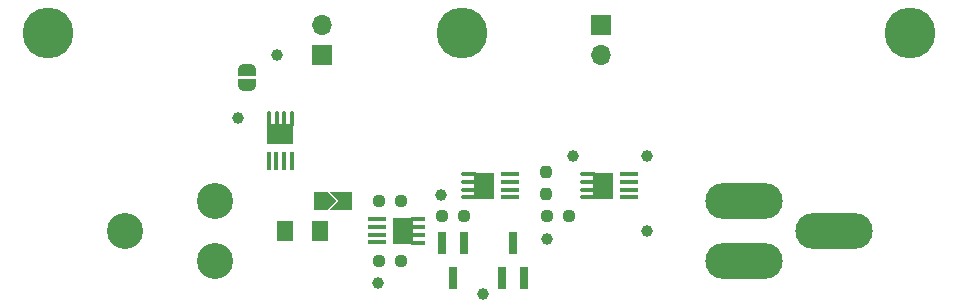
<source format=gbr>
%TF.GenerationSoftware,KiCad,Pcbnew,(6.0.6)*%
%TF.CreationDate,2023-04-08T10:42:47+02:00*%
%TF.ProjectId,ModuleBattery18650,4d6f6475-6c65-4426-9174-746572793138,rev?*%
%TF.SameCoordinates,Original*%
%TF.FileFunction,Soldermask,Top*%
%TF.FilePolarity,Negative*%
%FSLAX46Y46*%
G04 Gerber Fmt 4.6, Leading zero omitted, Abs format (unit mm)*
G04 Created by KiCad (PCBNEW (6.0.6)) date 2023-04-08 10:42:47*
%MOMM*%
%LPD*%
G01*
G04 APERTURE LIST*
G04 Aperture macros list*
%AMRoundRect*
0 Rectangle with rounded corners*
0 $1 Rounding radius*
0 $2 $3 $4 $5 $6 $7 $8 $9 X,Y pos of 4 corners*
0 Add a 4 corners polygon primitive as box body*
4,1,4,$2,$3,$4,$5,$6,$7,$8,$9,$2,$3,0*
0 Add four circle primitives for the rounded corners*
1,1,$1+$1,$2,$3*
1,1,$1+$1,$4,$5*
1,1,$1+$1,$6,$7*
1,1,$1+$1,$8,$9*
0 Add four rect primitives between the rounded corners*
20,1,$1+$1,$2,$3,$4,$5,0*
20,1,$1+$1,$4,$5,$6,$7,0*
20,1,$1+$1,$6,$7,$8,$9,0*
20,1,$1+$1,$8,$9,$2,$3,0*%
%AMFreePoly0*
4,1,22,0.500000,-0.750000,0.000000,-0.750000,0.000000,-0.745033,-0.079941,-0.743568,-0.215256,-0.701293,-0.333266,-0.622738,-0.424486,-0.514219,-0.481581,-0.384460,-0.499164,-0.250000,-0.500000,-0.250000,-0.500000,0.250000,-0.499164,0.250000,-0.499963,0.256109,-0.478152,0.396186,-0.417904,0.524511,-0.324060,0.630769,-0.204165,0.706417,-0.067858,0.745374,0.000000,0.744959,0.000000,0.750000,
0.500000,0.750000,0.500000,-0.750000,0.500000,-0.750000,$1*%
%AMFreePoly1*
4,1,20,0.000000,0.744959,0.073905,0.744508,0.209726,0.703889,0.328688,0.626782,0.421226,0.519385,0.479903,0.390333,0.500000,0.250000,0.500000,-0.250000,0.499851,-0.262216,0.476331,-0.402017,0.414519,-0.529596,0.319384,-0.634700,0.198574,-0.708877,0.061801,-0.746166,0.000000,-0.745033,0.000000,-0.750000,-0.500000,-0.750000,-0.500000,0.750000,0.000000,0.750000,0.000000,0.744959,
0.000000,0.744959,$1*%
%AMFreePoly2*
4,1,6,0.587500,-0.725000,-0.587500,-0.725000,-1.287500,0.000000,-0.587500,0.725000,0.587500,0.725000,0.587500,-0.725000,0.587500,-0.725000,$1*%
%AMFreePoly3*
4,1,6,0.587500,0.000000,1.287500,-0.725000,-0.587500,-0.725000,-0.587500,0.725000,1.287500,0.725000,0.587500,0.000000,0.587500,0.000000,$1*%
G04 Aperture macros list end*
%ADD10RoundRect,0.237500X-0.250000X-0.237500X0.250000X-0.237500X0.250000X0.237500X-0.250000X0.237500X0*%
%ADD11FreePoly0,270.000000*%
%ADD12FreePoly1,270.000000*%
%ADD13C,4.300000*%
%ADD14RoundRect,0.237500X0.237500X-0.250000X0.237500X0.250000X-0.237500X0.250000X-0.237500X-0.250000X0*%
%ADD15RoundRect,0.237500X0.250000X0.237500X-0.250000X0.237500X-0.250000X-0.237500X0.250000X-0.237500X0*%
%ADD16R,1.700000X1.700000*%
%ADD17O,1.700000X1.700000*%
%ADD18C,1.000000*%
%ADD19R,1.425000X1.750000*%
%ADD20RoundRect,0.101250X-0.648750X-0.101250X0.648750X-0.101250X0.648750X0.101250X-0.648750X0.101250X0*%
%ADD21RoundRect,0.101250X-0.533750X-0.101250X0.533750X-0.101250X0.533750X0.101250X-0.533750X0.101250X0*%
%ADD22R,1.725000X2.235000*%
%ADD23RoundRect,0.101250X0.648750X0.101250X-0.648750X0.101250X-0.648750X-0.101250X0.648750X-0.101250X0*%
%ADD24RoundRect,0.101250X0.533750X0.101250X-0.533750X0.101250X-0.533750X-0.101250X0.533750X-0.101250X0*%
%ADD25RoundRect,0.101250X0.101250X-0.648750X0.101250X0.648750X-0.101250X0.648750X-0.101250X-0.648750X0*%
%ADD26R,2.235000X1.725000*%
%ADD27RoundRect,0.101250X0.101250X-0.533750X0.101250X0.533750X-0.101250X0.533750X-0.101250X-0.533750X0*%
%ADD28FreePoly2,180.000000*%
%ADD29FreePoly3,180.000000*%
%ADD30R,0.800000X1.900000*%
%ADD31C,3.048000*%
%ADD32O,6.548000X3.048000*%
G04 APERTURE END LIST*
D10*
%TO.C,R1*%
X142013500Y-115240000D03*
X143838500Y-115240000D03*
%TD*%
D11*
%TO.C,JP1*%
X130810000Y-104140000D03*
D12*
X130810000Y-105440000D03*
%TD*%
D13*
%TO.C,REF\u002A\u002A*%
X149000000Y-101000000D03*
%TD*%
%TO.C,REF\u002A\u002A*%
X187000000Y-101000000D03*
%TD*%
%TO.C,REF\u002A\u002A*%
X114000000Y-101000000D03*
%TD*%
D14*
%TO.C,RS2*%
X156134000Y-114628500D03*
X156134000Y-112803500D03*
%TD*%
D10*
%TO.C,RS1*%
X142013500Y-120320000D03*
X143838500Y-120320000D03*
%TD*%
D15*
%TO.C,R3*%
X158062500Y-116510000D03*
X156237500Y-116510000D03*
%TD*%
D10*
%TO.C,R2*%
X147347500Y-116510000D03*
X149172500Y-116510000D03*
%TD*%
D16*
%TO.C,J1*%
X137160000Y-102870000D03*
D17*
X137160000Y-100330000D03*
%TD*%
D18*
%TO.C,TP6*%
X150800000Y-123114000D03*
%TD*%
%TO.C,TP2*%
X164660000Y-117780000D03*
%TD*%
D19*
%TO.C,F1*%
X134072500Y-117780000D03*
X137047500Y-117780000D03*
%TD*%
D20*
%TO.C,T2*%
X141820000Y-117450000D03*
X141820000Y-118110000D03*
X141820000Y-116790000D03*
X141820000Y-118770000D03*
D21*
X145315000Y-116800000D03*
X145315000Y-117460000D03*
D22*
X144067500Y-117780000D03*
D21*
X145315000Y-118120000D03*
X145315000Y-118780000D03*
%TD*%
D18*
%TO.C,TP4*%
X141910000Y-122225000D03*
%TD*%
D16*
%TO.C,J2*%
X160840000Y-100330000D03*
D17*
X160840000Y-102870000D03*
%TD*%
D23*
%TO.C,T5*%
X163207500Y-113640000D03*
X163207500Y-114300000D03*
X163207500Y-114960000D03*
X163207500Y-112980000D03*
D24*
X159712500Y-113630000D03*
X159712500Y-114950000D03*
X159712500Y-114290000D03*
D22*
X160960000Y-113970000D03*
D24*
X159712500Y-112970000D03*
%TD*%
D18*
%TO.C,TP1*%
X133350000Y-102870000D03*
%TD*%
%TO.C,TP7*%
X156235600Y-118440400D03*
%TD*%
%TO.C,TP5*%
X147244000Y-114732000D03*
%TD*%
%TO.C,TP9*%
X164660000Y-111430000D03*
%TD*%
D25*
%TO.C,T1*%
X132665000Y-111850000D03*
X133985000Y-111850000D03*
X133325000Y-111850000D03*
X134645000Y-111850000D03*
D26*
X133655000Y-109602500D03*
D27*
X134655000Y-108355000D03*
X132675000Y-108355000D03*
X133995000Y-108355000D03*
X133335000Y-108355000D03*
%TD*%
D18*
%TO.C,TP8*%
X158420000Y-111430000D03*
%TD*%
D28*
%TO.C,C1*%
X137062500Y-115240000D03*
D29*
X139137500Y-115240000D03*
%TD*%
D30*
%TO.C,T3*%
X152390000Y-121820000D03*
X154290000Y-121820000D03*
X153340000Y-118820000D03*
%TD*%
%TO.C,U1*%
X149210000Y-118820000D03*
X147310000Y-118820000D03*
X148260000Y-121820000D03*
%TD*%
D23*
%TO.C,T4*%
X153125000Y-114300000D03*
X153125000Y-114960000D03*
X153125000Y-113640000D03*
X153125000Y-112980000D03*
D24*
X149630000Y-114950000D03*
X149630000Y-114290000D03*
D22*
X150877500Y-113970000D03*
D24*
X149630000Y-112970000D03*
X149630000Y-113630000D03*
%TD*%
D18*
%TO.C,TP3*%
X130048000Y-108204000D03*
%TD*%
D31*
%TO.C,BT1*%
X120500000Y-117780000D03*
X128120000Y-120320000D03*
X128120000Y-115240000D03*
D32*
X172870000Y-115240000D03*
X172870000Y-120320000D03*
X180490000Y-117780000D03*
%TD*%
M02*

</source>
